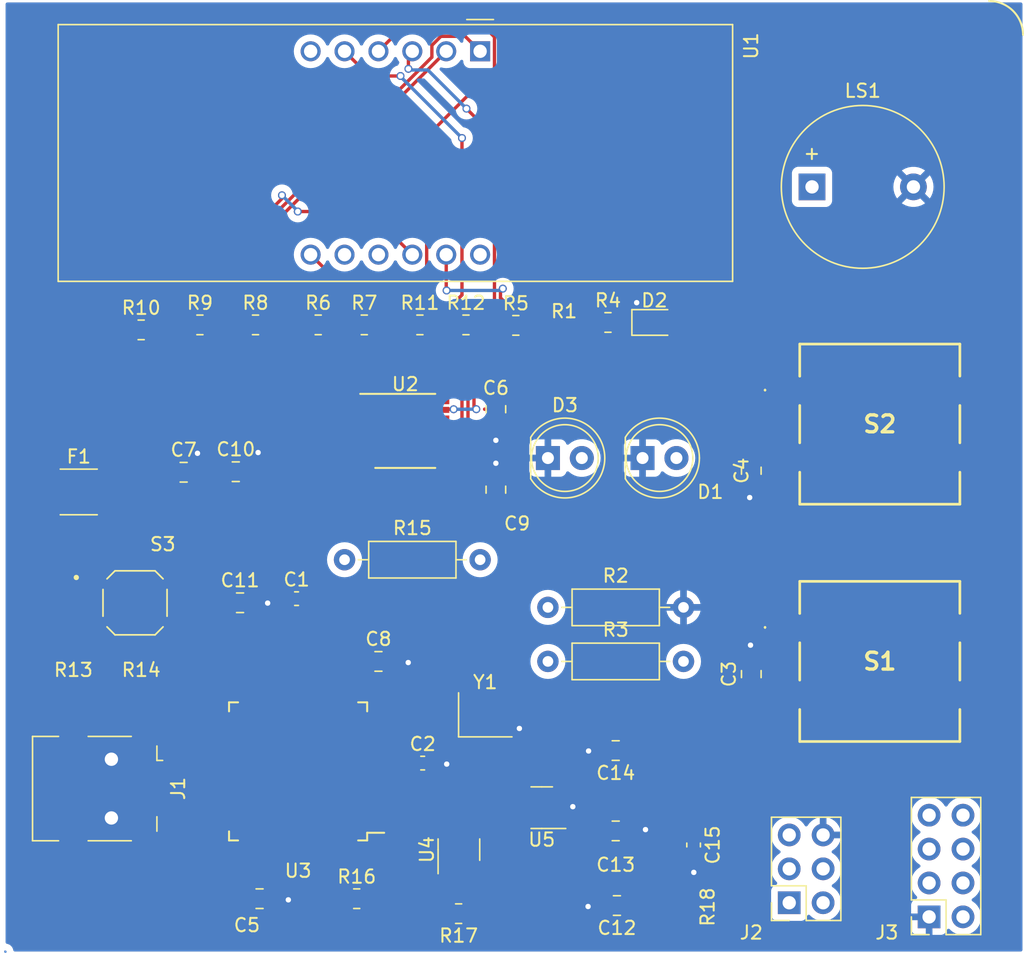
<source format=kicad_pcb>
(kicad_pcb (version 20221018) (generator pcbnew)
  (layers (0 "F.Cu" signal) (31 "B.Cu" signal) (34 "B.Paste" user) (35 "F.Paste" user) (36 "B.SilkS" user "B.Silkscreen") (37 "F.SilkS" user "F.Silkscreen") (38 "B.Mask" user) (39 "F.Mask" user) (44 "Edge.Cuts" user))
  (net 0 "")
  (net 1 "GND")
  (net 2 "Net-(D1-A)")
  (net 3 "Net-(D2-A)")
  (net 4 "+5V")
  (net 5 "Dig1")
  (net 6 "Dig2")
  (net 7 "Dig3")
  (net 8 "Dig4")
  (net 9 "DS")
  (net 10 "ST_CP")
  (net 11 "SH_CP")
  (net 12 "Buzzer")
  (net 13 "RED_LED")
  (net 14 "GREEN_LED")
  (net 15 "Button_2")
  (net 16 "Button_1")
  (net 17 "a")
  (net 18 "Net-(U1-a)")
  (net 19 "b")
  (net 20 "Net-(U1-b)")
  (net 21 "c")
  (net 22 "Net-(U1-c)")
  (net 23 "d")
  (net 24 "Net-(U1-d)")
  (net 25 "e")
  (net 26 "Net-(U1-e)")
  (net 27 "f")
  (net 28 "Net-(U1-f)")
  (net 29 "g")
  (net 30 "Net-(U1-g)")
  (net 31 "dp")
  (net 32 "Net-(U1-DPX)")
  (net 34 "Net-(U5-BP)")
  (net 36 "Net-(J1-D-)")
  (net 38 "xtal2")
  (net 39 "Net-(J1-D+)")
  (net 40 "xtal1")
  (net 41 "Net-(R13-Pad2)")
  (net 42 "rst")
  (net 43 "MISO")
  (net 44 "SCK")
  (net 45 "MOSI")
  (net 46 "TX")
  (net 49 "Net-(J3-Pin_5)")
  (net 50 "RX")
  (net 51 "USB_CONN_D-")
  (net 52 "USB_CONN_D+")
  (net 55 "USB_D-")
  (net 56 "USB_D+")
  (net 64 "ucap")
  (net 65 "aref")
  (net 66 "Net-(D3-A)")
  (net 67 "Net-(J1-VBUS)")
  (net 69 "unconnected-(J1-Shield-Pad6)")
  (footprint "Capacitor_SMD:C_0805_2012Metric" (layer "F.Cu") (at 102.96 84.94 180)
    (fp_text reference "C13" (at 0 -2.54) (layer "F.SilkS"))
    (fp_text value "2.2uF")
    (pad "1" smd roundrect (at -0.95 0 180) (size 1 1.45) (layers "F.Cu" "F.Paste" "F.Mask") (net 4 "+5V"))
    (pad "2" smd roundrect (at 0.95 0 180) (size 1 1.45) (layers "F.Cu" "F.Paste" "F.Mask") (net 1 "GND"))
  )
  (footprint "Resistor_SMD:R_0805_2012Metric" (layer "F.Cu") (at 84.119371 47.021949)
    (fp_text reference "R7" (at 0 -1.65) (layer "F.SilkS"))
    (fp_text value "100")
    (pad "1" smd roundrect (at -0.9125 0) (size 1.025 1.4) (layers "F.Cu" "F.Paste" "F.Mask") (roundrect_rratio 0.243902) (net 21 "c"))
    (pad "2" smd roundrect (at 0.9125 0) (size 1.025 1.4) (layers "F.Cu" "F.Paste" "F.Mask") (roundrect_rratio 0.243902) (net 22 "Net-(U1-c)"))
  )
  (footprint "Resistor_SMD:R_0805_2012Metric" (layer "F.Cu") (at 88.286871 47.021949)
    (fp_text reference "R11" (at 0 -1.65) (layer "F.SilkS"))
    (fp_text value "100")
    (pad "1" smd roundrect (at -0.9125 0) (size 1.025 1.4) (layers "F.Cu" "F.Paste" "F.Mask") (roundrect_rratio 0.243902) (net 29 "g"))
    (pad "2" smd roundrect (at 0.9125 0) (size 1.025 1.4) (layers "F.Cu" "F.Paste" "F.Mask") (roundrect_rratio 0.243902) (net 30 "Net-(U1-g)"))
  )
  (footprint "Capacitor_SMD:C_0805_2012Metric" (layer "F.Cu") (at 76.272339 90.020001)
    (fp_text reference "C5" (at -0.95 1.985) (layer "F.SilkS"))
    (fp_text value "0.1uF")
    (pad "1" smd roundrect (at -0.95 0) (size 1 1.45) (layers "F.Cu" "F.Paste" "F.Mask") (net 4 "+5V"))
    (pad "2" smd roundrect (at 0.95 0) (size 1 1.45) (layers "F.Cu" "F.Paste" "F.Mask") (net 1 "GND"))
  )
  (footprint "Resistor_SMD:R_0805_2012Metric" (layer "F.Cu") (at 80.666871 47.021949)
    (fp_text reference "R6" (at 0 -1.65) (layer "F.SilkS"))
    (fp_text value "100")
    (pad "1" smd roundrect (at -0.9125 0) (size 1.025 1.4) (layers "F.Cu" "F.Paste" "F.Mask") (roundrect_rratio 0.243902) (net 19 "b"))
    (pad "2" smd roundrect (at 0.9125 0) (size 1.025 1.4) (layers "F.Cu" "F.Paste" "F.Mask") (roundrect_rratio 0.243902) (net 20 "Net-(U1-b)"))
  )
  (footprint "PTS526_SMD_Button:PTS526_SMD_Button" (layer "F.Cu") (at 66.94 67.85)
    (fp_text reference "S3" (at 2.08 -4.39) (layer "F.SilkS"))
    (fp_text value "PTS526_SM08_SMTR2_LFS")
    (pad "1" smd rect (at -3 -1.85) (size 1 0.7) (layers "F.Cu" "F.Paste" "F.Mask") (net 41 "Net-(R13-Pad2)"))
    (pad "2" smd rect (at 3 -1.85) (size 1 0.7) (layers "F.Cu" "F.Paste" "F.Mask"))
    (pad "3" smd rect (at -3 1.85) (size 1 0.7) (layers "F.Cu" "F.Paste" "F.Mask") (net 42 "rst"))
    (pad "4" smd rect (at 3 1.85) (size 1 0.7) (layers "F.Cu" "F.Paste" "F.Mask"))
  )
  (footprint "Resistor_THT:R_Axial_DIN0207_L6.3mm_D2.5mm_P10.16mm_Horizontal" (layer "F.Cu") (at 97.88 72.24)
    (fp_text reference "R3" (at 5.08 -2.37) (layer "F.SilkS"))
    (fp_text value "330")
    (pad "1" thru_hole circle (at 0 0) (size 1.6 1.6) (drill 0.8) (layers "*.Cu" "*.Mask") (net 13 "RED_LED"))
    (pad "2" thru_hole oval (at 10.16 0) (size 1.6 1.6) (drill 0.8) (layers "*.Cu" "*.Mask") (net 2 "Net-(D1-A)"))
  )
  (footprint "Capacitor_SMD:C_0805_2012Metric" (layer "F.Cu") (at 93.98 53.34 -90)
    (fp_text reference "C6" (at -1.59 0) (layer "F.SilkS"))
    (fp_text value "0.1uF")
    (pad "1" smd roundrect (at -0.95 0 270) (size 1 1.45) (layers "F.Cu" "F.Paste" "F.Mask") (net 4 "+5V"))
    (pad "2" smd roundrect (at 0.95 0 270) (size 1 1.45) (layers "F.Cu" "F.Paste" "F.Mask") (net 1 "GND"))
  )
  (footprint "Resistor_SMD:R_0201_0603Metric" (layer "F.Cu") (at 108.797423 90.644941 -90)
    (fp_text reference "R18" (at 0 -1.05 90) (layer "F.SilkS"))
    (fp_text value "10k")
    (pad "1" smd roundrect (at -0.32 0 270) (size 0.46 0.4) (layers "F.Cu" "F.Mask") (net 4 "+5V"))
    (pad "2" smd roundrect (at 0.32 0 270) (size 0.46 0.4) (layers "F.Cu" "F.Mask") (net 49 "Net-(J3-Pin_5)"))
  )
  (footprint "Resistor_SMD:R_0201_0603Metric" (layer "F.Cu") (at 67.4 73.93)
    (fp_text reference "R14" (at 0 -1.05) (layer "F.SilkS"))
    (fp_text value "10k")
    (pad "1" smd roundrect (at -0.32 0) (size 0.46 0.4) (layers "F.Cu" "F.Mask") (net 4 "+5V"))
    (pad "2" smd roundrect (at 0.32 0) (size 0.46 0.4) (layers "F.Cu" "F.Mask") (net 42 "rst"))
  )
  (footprint "Display_7Segment:CA56-12EWA" (layer "F.Cu") (at 92.8 26.52 -90)
    (fp_text reference "U1" (at -0.4 -20.31 90) (layer "F.SilkS"))
    (fp_text value "CA56-12EWA")
    (pad "1" thru_hole rect (at 0 0 270) (size 1.5 1.5) (drill 1) (layers "*.Cu" "*.Mask") (net 26 "Net-(U1-e)"))
    (pad "2" thru_hole circle (at 0 2.54 270) (size 1.5 1.5) (drill 1) (layers "*.Cu" "*.Mask") (net 24 "Net-(U1-d)"))
    (pad "3" thru_hole circle (at 0 5.08 270) (size 1.5 1.5) (drill 1) (layers "*.Cu" "*.Mask") (net 32 "Net-(U1-DPX)"))
    (pad "4" thru_hole circle (at 0 7.62 270) (size 1.5 1.5) (drill 1) (layers "*.Cu" "*.Mask") (net 22 "Net-(U1-c)"))
    (pad "5" thru_hole circle (at 0 10.16 270) (size 1.5 1.5) (drill 1) (layers "*.Cu" "*.Mask") (net 30 "Net-(U1-g)"))
    (pad "6" thru_hole circle (at 0 12.7 270) (size 1.5 1.5) (drill 1) (layers "*.Cu" "*.Mask") (net 8 "Dig4"))
    (pad "7" thru_hole circle (at 15.24 12.7 270) (size 1.5 1.5) (drill 1) (layers "*.Cu" "*.Mask") (net 20 "Net-(U1-b)"))
    (pad "8" thru_hole circle (at 15.24 10.16 270) (size 1.5 1.5) (drill 1) (layers "*.Cu" "*.Mask") (net 7 "Dig3"))
    (pad "9" thru_hole circle (at 15.24 7.62 270) (size 1.5 1.5) (drill 1) (layers "*.Cu" "*.Mask") (net 6 "Dig2"))
    (pad "10" thru_hole circle (at 15.24 5.08 270) (size 1.5 1.5) (drill 1) (layers "*.Cu" "*.Mask") (net 28 "Net-(U1-f)"))
    (pad "11" thru_hole circle (at 15.24 2.54 270) (size 1.5 1.5) (drill 1) (layers "*.Cu" "*.Mask") (net 18 "Net-(U1-a)"))
    (pad "12" thru_hole circle (at 15.24 0 270) (size 1.5 1.5) (drill 1) (layers "*.Cu" "*.Mask") (net 5 "Dig1"))
  )
  (footprint "Resistor_SMD:R_0805_2012Metric" (layer "F.Cu") (at 95.475066 47.059476)
    (fp_text reference "R5" (at 0 -1.65) (layer "F.SilkS"))
    (fp_text value "100")
    (pad "1" smd roundrect (at -0.9125 0) (size 1.025 1.4) (layers "F.Cu" "F.Paste" "F.Mask") (roundrect_rratio 0.243902) (net 17 "a"))
    (pad "2" smd roundrect (at 0.9125 0) (size 1.025 1.4) (layers "F.Cu" "F.Paste" "F.Mask") (roundrect_rratio 0.243902) (net 18 "Net-(U1-a)"))
  )
  (footprint "Connector_PinSocket_2.54mm:PinSocket_2x04_P2.54mm_Vertical" (layer "F.Cu") (at 126.445123 91.381884 180)
    (fp_text reference "J3" (at 3.165123 -1.178116) (layer "F.SilkS"))
    (fp_text value "ESP_Conn")
    (pad "1" thru_hole rect (at 0 0 180) (size 1.7 1.7) (drill 1) (layers "*.Cu" "*.Mask") (net 1 "GND"))
    (pad "2" thru_hole oval (at -2.54 0 180) (size 1.7 1.7) (drill 1) (layers "*.Cu" "*.Mask") (net 46 "TX"))
    (pad "3" thru_hole oval (at 0 2.54 180) (size 1.7 1.7) (drill 1) (layers "*.Cu" "*.Mask"))
    (pad "4" thru_hole oval (at -2.54 2.54 180) (size 1.7 1.7) (drill 1) (layers "*.Cu" "*.Mask") (net 4 "+5V"))
    (pad "5" thru_hole oval (at 0 5.08 180) (size 1.7 1.7) (drill 1) (layers "*.Cu" "*.Mask") (net 49 "Net-(J3-Pin_5)"))
    (pad "6" thru_hole oval (at -2.54 5.08 180) (size 1.7 1.7) (drill 1) (layers "*.Cu" "*.Mask") (net 4 "+5V"))
    (pad "7" thru_hole oval (at 0 7.62 180) (size 1.7 1.7) (drill 1) (layers "*.Cu" "*.Mask") (net 50 "RX"))
    (pad "8" thru_hole oval (at -2.54 7.62 180) (size 1.7 1.7) (drill 1) (layers "*.Cu" "*.Mask") (net 4 "+5V"))
  )
  (footprint "Capacitor_SMD:C_0805_2012Metric" (layer "F.Cu") (at 113.12 73.19 90)
    (fp_text reference "C3" (at 0 -1.68 90) (layer "F.SilkS"))
    (fp_text value "0.1uF")
    (pad "1" smd roundrect (at -0.95 0 90) (size 1 1.45) (layers "F.Cu" "F.Paste" "F.Mask") (net 4 "+5V"))
    (pad "2" smd roundrect (at 0.95 0 90) (size 1 1.45) (layers "F.Cu" "F.Paste" "F.Mask") (net 1 "GND"))
  )
  (footprint "Package_TO_SOT_SMD:SOT-23-6" (layer "F.Cu") (at 91.21 86.3425 90)
    (fp_text reference "U4" (at 0 -2.4 90) (layer "F.SilkS"))
    (fp_text value "USBLC6")
    (pad "1" smd roundrect (at -1.1375 -0.95 90) (size 1.325 0.6) (layers "F.Cu" "F.Paste" "F.Mask") (net 51 "USB_CONN_D-"))
    (pad "2" smd roundrect (at -1.1375 0 90) (size 1.325 0.6) (layers "F.Cu" "F.Paste" "F.Mask") (net 1 "GND"))
    (pad "3" smd roundrect (at -1.1375 0.95 90) (size 1.325 0.6) (layers "F.Cu" "F.Paste" "F.Mask") (net 52 "USB_CONN_D+"))
    (pad "4" smd roundrect (at 1.1375 0.95 90) (size 1.325 0.6) (layers "F.Cu" "F.Paste" "F.Mask") (net 56 "USB_D+"))
    (pad "5" smd roundrect (at 1.1375 0 90) (size 1.325 0.6) (layers "F.Cu" "F.Paste" "F.Mask") (net 4 "+5V"))
    (pad "6" smd roundrect (at 1.1375 -0.95 90) (size 1.325 0.6) (layers "F.Cu" "F.Paste" "F.Mask") (net 55 "USB_D-"))
  )
  (footprint "Capacitor_SMD:C_0603_1608Metric" (layer "F.Cu") (at 79.044052 67.536761)
    (fp_text reference "C1" (at 0 -1.43) (layer "F.SilkS"))
    (fp_text value "22pF")
    (pad "1" smd roundrect (at -0.775 0) (size 0.9 0.95) (layers "F.Cu" "F.Paste" "F.Mask") (net 38 "xtal2"))
    (pad "2" smd roundrect (at 0.775 0) (size 0.9 0.95) (layers "F.Cu" "F.Paste" "F.Mask") (net 1 "GND"))
  )
  (footprint "Capacitor_SMD:C_0603_1608Metric" (layer "F.Cu") (at 88.495 79.86)
    (fp_text reference "C2" (at 0 -1.43) (layer "F.SilkS"))
    (fp_text value "22pF")
    (pad "1" smd roundrect (at -0.775 0) (size 0.9 0.95) (layers "F.Cu" "F.Paste" "F.Mask") (net 40 "xtal1"))
    (pad "2" smd roundrect (at 0.775 0) (size 0.9 0.95) (layers "F.Cu" "F.Paste" "F.Mask") (net 1 "GND"))
  )
  (footprint "Resistor_SMD:R_0805_2012Metric" (layer "F.Cu") (at 83.5525 90.02)
    (fp_text reference "R16" (at 0 -1.65) (layer "F.SilkS"))
    (fp_text value "330")
    (pad "1" smd roundrect (at -0.9125 0) (size 1.025 1.4) (layers "F.Cu" "F.Paste" "F.Mask") (roundrect_rratio 0.243902) (net 36 "Net-(J1-D-)"))
    (pad "2" smd roundrect (at 0.9125 0) (size 1.025 1.4) (layers "F.Cu" "F.Paste" "F.Mask") (roundrect_rratio 0.243902) (net 51 "USB_CONN_D-"))
  )
  (footprint "Capacitor_SMD:C_0805_2012Metric" (layer "F.Cu") (at 102.96 78.92 180)
    (fp_text reference "C14" (at 0 -1.68) (layer "F.SilkS"))
    (fp_text value "10nF")
    (pad "1" smd roundrect (at -0.95 0 180) (size 1 1.45) (layers "F.Cu" "F.Paste" "F.Mask") (net 34 "Net-(U5-BP)"))
    (pad "2" smd roundrect (at 0.95 0 180) (size 1 1.45) (layers "F.Cu" "F.Paste" "F.Mask") (net 1 "GND"))
  )
  (footprint "Connector_PinSocket_2.54mm:PinSocket_2x03_P2.54mm_Vertical" (layer "F.Cu") (at 115.962293 90.323984 180)
    (fp_text reference "J2" (at 2.842293 -2.236016) (layer "F.SilkS"))
    (fp_text value "AVR-ISP-6")
    (pad "1" thru_hole rect (at 0 0 180) (size 1.7 1.7) (drill 1) (layers "*.Cu" "*.Mask") (net 43 "MISO"))
    (pad "2" thru_hole oval (at -2.54 0 180) (size 1.7 1.7) (drill 1) (layers "*.Cu" "*.Mask") (net 4 "+5V"))
    (pad "3" thru_hole oval (at 0 2.54 180) (size 1.7 1.7) (drill 1) (layers "*.Cu" "*.Mask") (net 44 "SCK"))
    (pad "4" thru_hole oval (at -2.54 2.54 180) (size 1.7 1.7) (drill 1) (layers "*.Cu" "*.Mask") (net 45 "MOSI"))
    (pad "5" thru_hole oval (at 0 5.08 180) (size 1.7 1.7) (drill 1) (layers "*.Cu" "*.Mask") (net 42 "rst"))
    (pad "6" thru_hole oval (at -2.54 5.08 180) (size 1.7 1.7) (drill 1) (layers "*.Cu" "*.Mask") (net 1 "GND"))
  )
  (footprint "Resistor_SMD:R_0201_0603Metric" (layer "F.Cu") (at 99.088272 47.05216)
    (fp_text reference "R1" (at 0 -1.05) (layer "F.SilkS"))
    (fp_text value "10k")
    (pad "1" smd roundrect (at -0.32 0) (size 0.46 0.4) (layers "F.Cu" "F.Mask") (net 16 "Button_1"))
    (pad "2" smd roundrect (at 0.32 0) (size 0.46 0.4) (layers "F.Cu" "F.Mask") (net 1 "GND"))
  )
  (footprint "Resistor_SMD:R_0805_2012Metric" (layer "F.Cu") (at 91.189145 91.14194 180)
    (fp_text reference "R17" (at 0 -1.65) (layer "F.SilkS"))
    (fp_text value "330")
    (pad "1" smd roundrect (at -0.9125 0 180) (size 1.025 1.4) (layers "F.Cu" "F.Paste" "F.Mask") (roundrect_rratio 0.243902) (net 39 "Net-(J1-D+)"))
    (pad "2" smd roundrect (at 0.9125 0 180) (size 1.025 1.4) (layers "F.Cu" "F.Paste" "F.Mask") (roundrect_rratio 0.243902) (net 52 "USB_CONN_D+"))
  )
  (footprint "Fuse:Fuse_1812_4532Metric" (layer "F.Cu") (at 62.7225 59.54)
    (fp_text reference "F1" (at 0 -2.65) (layer "F.SilkS"))
    (fp_text value "PTCSMD")
    (pad "1" smd roundrect (at -2.1375 0) (size 1.125 3.4) (layers "F.Cu" "F.Paste" "F.Mask") (roundrect_rratio 0.222222) (net 67 "Net-(J1-VBUS)"))
    (pad "2" smd roundrect (at 2.1375 0) (size 1.125 3.4) (layers "F.Cu" "F.Paste" "F.Mask") (roundrect_rratio 0.222222) (net 4 "+5V"))
  )
  (footprint "LED_THT:LED_D5.0mm" (layer "F.Cu") (at 97.88 57)
    (fp_text reference "D3" (at 1.27 -3.96) (layer "F.SilkS"))
    (fp_text value "LED")
    (pad "1" thru_hole rect (at 0 0) (size 1.8 1.8) (drill 0.9) (layers "*.Cu" "*.Mask") (net 1 "GND"))
    (pad "2" thru_hole circle (at 2.54 0) (size 1.8 1.8) (drill 0.9) (layers "*.Cu" "*.Mask") (net 66 "Net-(D3-A)"))
  )
  (footprint "Resistor_SMD:R_0805_2012Metric" (layer "F.Cu") (at 67.4 47.395)
    (fp_text reference "R10" (at 0 -1.65) (layer "F.SilkS"))
    (fp_text value "100")
    (pad "1" smd roundrect (at -0.9125 0) (size 1.025 1.4) (layers "F.Cu" "F.Paste" "F.Mask") (roundrect_rratio 0.243902) (net 27 "f"))
    (pad "2" smd roundrect (at 0.9125 0) (size 1.025 1.4) (layers "F.Cu" "F.Paste" "F.Mask") (roundrect_rratio 0.243902) (net 28 "Net-(U1-f)"))
  )
  (footprint "LED_THT:LED_D5.0mm" (layer "F.Cu") (at 104.97 57)
    (fp_text reference "D1" (at 5.08 2.54) (layer "F.SilkS"))
    (fp_text value "LED")
    (pad "1" thru_hole rect (at 0 0) (size 1.8 1.8) (drill 0.9) (layers "*.Cu" "*.Mask") (net 1 "GND"))
    (pad "2" thru_hole circle (at 2.54 0) (size 1.8 1.8) (drill 0.9) (layers "*.Cu" "*.Mask") (net 2 "Net-(D1-A)"))
  )
  (footprint "Resistor_SMD:R_0805_2012Metric" (layer "F.Cu") (at 71.801871 47.021949)
    (fp_text reference "R9" (at 0 -1.65) (layer "F.SilkS"))
    (fp_text value "100")
    (pad "1" smd roundrect (at -0.9125 0) (size 1.025 1.4) (layers "F.Cu" "F.Paste" "F.Mask") (roundrect_rratio 0.243902) (net 25 "e"))
    (pad "2" smd roundrect (at 0.9125 0) (size 1.025 1.4) (layers "F.Cu" "F.Paste" "F.Mask") (roundrect_rratio 0.243902) (net 26 "Net-(U1-e)"))
  )
  (footprint "Resistor_SMD:R_0805_2012Metric" (layer "F.Cu") (at 102.38 46.84)
    (fp_text reference "R4" (at 0 -1.65) (layer "F.SilkS"))
    (fp_text value "330")
    (pad "1" smd roundrect (at -0.9125 0) (size 1.025 1.4) (layers "F.Cu" "F.Paste" "F.Mask") (roundrect_rratio 0.243902) (net 14 "GREEN_LED"))
    (pad "2" smd roundrect (at 0.9125 0) (size 1.025 1.4) (layers "F.Cu" "F.Paste" "F.Mask") (roundrect_rratio 0.243902) (net 3 "Net-(D2-A)"))
  )
  (footprint "Capacitor_SMD:C_0805_2012Metric" (layer "F.Cu") (at 113.12 57.95 -90)
    (fp_text reference "C4" (at 0 0.73 90) (layer "F.SilkS"))
    (fp_text value "0.1uF")
    (pad "1" smd roundrect (at -0.95 0 270) (size 1 1.45) (layers "F.Cu" "F.Paste" "F.Mask") (net 4 "+5V"))
    (pad "2" smd roundrect (at 0.95 0 270) (size 1 1.45) (layers "F.Cu" "F.Paste" "F.Mask") (net 1 "GND"))
  )
  (footprint "Resistor_THT:R_Axial_DIN0207_L6.3mm_D2.5mm_P10.16mm_Horizontal" (layer "F.Cu") (at 97.88 68.19)
    (fp_text reference "R2" (at 5.08 -2.37) (layer "F.SilkS"))
    (fp_text value "10k")
    (pad "1" thru_hole circle (at 0 0) (size 1.6 1.6) (drill 0.8) (layers "*.Cu" "*.Mask") (net 15 "Button_2"))
    (pad "2" thru_hole oval (at 10.16 0) (size 1.6 1.6) (drill 0.8) (layers "*.Cu" "*.Mask") (net 1 "GND"))
  )
  (footprint "Resistor_SMD:R_0805_2012Metric" (layer "F.Cu") (at 91.739371 47.021949)
    (fp_text reference "R12" (at 0 -1.65) (layer "F.SilkS"))
    (fp_text value "100")
    (pad "1" smd roundrect (at -0.9125 0) (size 1.025 1.4) (layers "F.Cu" "F.Paste" "F.Mask") (roundrect_rratio 0.243902) (net 31 "dp"))
    (pad "2" smd roundrect (at 0.9125 0) (size 1.025 1.4) (layers "F.Cu" "F.Paste" "F.Mask") (roundrect_rratio 0.243902) (net 32 "Net-(U1-DPX)"))
  )
  (footprint "Capacitor_SMD:C_0805_2012Metric" (layer "F.Cu") (at 74.809776 67.844917)
    (fp_text reference "C11" (at 0 -1.68) (layer "F.SilkS"))
    (fp_text value "0.1uF")
    (pad "1" smd roundrect (at -0.95 0) (size 1 1.45) (layers "F.Cu" "F.Paste" "F.Mask") (net 65 "aref"))
    (pad "2" smd roundrect (at 0.95 0) (size 1 1.45) (layers "F.Cu" "F.Paste" "F.Mask") (net 1 "GND"))
  )
  (footprint "Capacitor_SMD:C_0805_2012Metric" (layer "F.Cu") (at 85.18 72.24)
    (fp_text reference "C8" (at 0 -1.68) (layer "F.SilkS"))
    (fp_text value "0.1uF")
    (pad "1" smd roundrect (at -0.95 0) (size 1 1.45) (layers "F.Cu" "F.Paste" "F.Mask") (net 4 "+5V"))
    (pad "2" smd roundrect (at 0.95 0) (size 1 1.45) (layers "F.Cu" "F.Paste" "F.Mask") (net 1 "GND"))
  )
  (footprint "PTS125_SMD_Button:PTS125_SMD_Button" (layer "F.Cu") (at 122.75 72.24)
    (fp_text reference "S1" (at 0 0) (layer "F.SilkS") (effects (font (size 1.27 1.27) (thickness 0.254))))
    (fp_text value "PTS125SM43SMTR21M_LFS" hide)
    (pad "A1" smd rect (at -7.15 -2.5 90) (size 1.5 2) (layers "F.Cu" "F.Paste" "F.Mask"))
    (pad "B1" smd rect (at 7.15 -2.5 90) (size 1.5 2) (layers "F.Cu" "F.Paste" "F.Mask") (net 15 "Button_2"))
    (pad "C1" smd rect (at -7.15 2.5 90) (size 1.5 2) (layers "F.Cu" "F.Paste" "F.Mask") (net 4 "+5V"))
    (pad "D1" smd rect (at 7.15 2.5 90) (size 1.5 2) (layers "F.Cu" "F.Paste" "F.Mask"))
  )
  (footprint "PTS125_SMD_Button:PTS125_SMD_Button" (layer "F.Cu") (at 122.75 54.46)
    (fp_text reference "S2" (at 0 0) (layer "F.SilkS") (effects (font (size 1.27 1.27) (thickness 0.254))))
    (fp_text value "PTS125SM43SMTR21M_LFS" hide)
    (pad "A1" smd rect (at -7.15 -2.5 90) (size 1.5 2) (layers "F.Cu" "F.Paste" "F.Mask"))
    (pad "B1" smd rect (at 7.15 -2.5 90) (size 1.5 2) (layers "F.Cu" "F.Paste" "F.Mask") (net 16 "Button_1"))
    (pad "C1" smd rect (at -7.15 2.5 90) (size 1.5 2) (layers "F.Cu" "F.Paste" "F.Mask") (net 4 "+5V"))
    (pad "D1" smd rect (at 7.15 2.5 90) (size 1.5 2) (layers "F.Cu" "F.Paste" "F.Mask"))
  )
  (footprint "Capacitor_SMD:C_0805_2012Metric" (layer "F.Cu") (at 74.49 58.025)
    (fp_text reference "C10" (at 0 -1.68) (layer "F.SilkS"))
    (fp_text value "1uF")
    (pad "1" smd roundrect (at -0.95 0) (size 1 1.45) (layers "F.Cu" "F.Paste" "F.Mask") (net 64 "ucap"))
    (pad "2" smd roundrect (at 0.95 0) (size 1 1.45) (layers "F.Cu" "F.Paste" "F.Mask") (net 1 "GND"))
  )
  (footprint "Capacitor_SMD:C_0805_2012Metric" (layer "F.Cu") (at 93.98 59.37 90)
    (fp_text reference "C9" (at -2.54 1.59) (layer "F.SilkS"))
    (fp_text value "0.1uF")
    (pad "1" smd roundrect (at -0.95 0 90) (size 1 1.45) (layers "F.Cu" "F.Paste" "F.Mask") (net 4 "+5V"))
    (pad "2" smd roundrect (at 0.95 0 90) (size 1 1.45) (layers "F.Cu" "F.Paste" "F.Mask") (net 1 "GND"))
  )
  (footprint "Capacitor_SMD:C_0603_1608Metric" (layer "F.Cu") (at 108.797423 85.994941 -90)
    (fp_text reference "C15" (at 0 -1.43 90) (layer "F.SilkS"))
    (fp_text value "0.1u")
    (pad "1" smd roundrect (at -0.775 0 270) (size 0.9 0.95) (layers "F.Cu" "F.Paste" "F.Mask") (net 4 "+5V"))
    (pad "2" smd roundrect (at 0.775 0 270) (size 0.9 0.95) (layers "F.Cu" "F.Paste" "F.Mask") (net 1 "GND"))
  )
  (footprint "Capacitor_SMD:C_0805_2012Metric" (layer "F.Cu") (at 70.583929 58.064628)
    (fp_text reference "C7" (at 0 -1.68) (layer "F.SilkS"))
    (fp_text value "10uF")
    (pad "1" smd roundrect (at -0.95 0) (size 1 1.45) (layers "F.Cu" "F.Paste" "F.Mask") (net 4 "+5V"))
    (pad "2" smd roundrect (at 0.95 0) (size 1 1.45) (layers "F.Cu" "F.Paste" "F.Mask") (net 1 "GND"))
  )
  (footprint "Buzzer_Beeper:Buzzer_12x9.5RM7.6" (layer "F.Cu") (at 117.67 36.68)
    (fp_text reference "LS1" (at 3.8 -7.2) (layer "F.SilkS"))
    (fp_text value "Speaker")
    (fp_text user "+" (at -0.01 -2.54) (layer "F.SilkS"))
    (pad "1" thru_hole rect (at 0 0) (size 2 2) (drill 1) (layers "*.Cu" "*.Mask") (net 12 "Buzzer"))
    (pad "2" thru_hole circle (at 7.6 0) (size 2 2) (drill 1) (layers "*.Cu" "*.Mask") (net 1 "GND"))
  )
  (footprint "Package_SO:TSSOP-16-1EP_4.4x5mm_P0.65mm" (layer "F.Cu") (at 87.19 55.015)
    (fp_text reference "U2" (at 0 -3.55) (layer "F.SilkS"))
    (fp_text value "74HC595")
    (pad "1" smd rect (at -2.775 -2.275) (size 1.05 0.45) (layers "F.Cu" "F.Paste" "F.Mask") (net 19 "b"))
    (pad "2" smd rect (at -2.775 -1.625) (size 1.05 0.45) (layers "F.Cu" "F.Paste" "F.Mask") (net 21 "c"))
    (pad "3" smd rect (at -2.775 -0.975) (size 1.05 0.45) (layers "F.Cu" "F.Paste" "F.Mask") (net 23 "d"))
    (pad "4" smd rect (at -2.775 -0.325) (size 1.05 0.45) (layers "F.Cu" "F.Paste" "F.Mask") (net 25 "e"))
    (pad "5" smd rect (at -2.775 0.325) (size 1.05 0.45) (layers "F.Cu" "F.Paste" "F.Mask") (net 27 "f"))
    (pad "6" smd rect (at -2.775 0.975) (size 1.05 0.45) (layers "F.Cu" "F.Paste" "F.Mask") (net 29 "g"))
    (pad "7" smd rect (at -2.775 1.625) (size 1.05 0.45) (layers "F.Cu" "F.Paste" "F.Mask") (net 31 "dp"))
    (pad "8" smd rect (at -2.775 2.275) (size 1.05 0.45) (layers "F.Cu" "F.Paste" "F.Mask") (net 1 "GND"))
    (pad "9" smd rect (at 2.775 2.275) (size 1.05 0.45) (layers "F.Cu" "F.Paste" "F.Mask"))
    (pad "10" smd rect (at 2.775 1.625) (size 1.05 0.45) (layers "F.Cu" "F.Paste" "F.Mask") (net 4 "+5V"))
    (pad "11" smd rect (at 2.775 0.975) (size 1.05 0.45) (layers "F.Cu" "F.Paste" "F.Mask") (net 11 "SH_CP"))
    (pad "12" smd rect (at 2.775 0.325) (size 1.05 0.45) (layers "F.Cu" "F.Paste" "F.Mask") (net 10 "ST_CP"))
    (pad "13" smd rect (at 2.775 -0.325) (size 1.05 0.45) (layers "F.Cu" "F.Paste" "F.Mask") (net 1 "GND"))
    (pad "14" smd rect (at 2.775 -0.975) (size 1.05 0.45) (layers "F.Cu" "F.Paste" "F.Mask") (net 9 "DS"))
    (pad "15" smd rect (at 2.775 -1.625) (size 1.05 0.45) (layers "F.Cu" "F.Paste" "F.Mask") (net 17 "a"))
    (pad "16" smd rect (at 2.775 -2.275) (size 1.05 0.45) (layers "F.Cu" "F.Paste" "F.Mask") (net 4 "+5V"))
    (pad "17" smd rect (at -0.735 -1.3425) (size 1.47 0.895) (layers "F.Cu" "F.Paste" "F.Mask"))
    (pad "17" smd rect (at -0.735 -0.4475) (size 1.47 0.895) (layers "F.Cu" "F.Paste" "F.Mask"))
    (pad "17" smd rect (at -0.735 0.4475) (size 1.47 0.895) (layers "F.Cu" "F.Paste" "F.Mask"))
    (pad "17" smd rect (at -0.735 1.3425) (size 1.47 0.895) (layers "F.Cu" "F.Paste" "F.Mask"))
    (pad "17" smd rect (at 0.735 -1.3425) (size 1.47 0.895) (layers "F.Cu" "F.Paste" "F.Mask"))
    (pad "17" smd rect (at 0.735 -0.4475) (size 1.47 0.895) (layers "F.Cu" "F.Paste" "F.Mask"))
    (pad "17" smd rect (at 0.735 0.4475) (size 1.47 0.895) (layers "F.Cu" "F.Paste" "F.Mask"))
    (pad "17" smd rect (at 0.735 1.3425) (size 1.47 0.895) (layers "F.Cu" "F.Paste" "F.Mask"))
  )
  (footprint "Resistor_THT:R_Axial_DIN0207_L6.3mm_D2.5mm_P10.16mm_Horizontal" (layer "F.Cu") (at 82.64 64.62)
    (fp_text reference "R15" (at 5.08 -2.37) (layer "F.SilkS"))
    (fp_text value "1k")
    (pad "1" thru_hole circle (at 0 0) (size 1.6 1.6) (drill 0.8) (layers "*.Cu" "*.Mask") (net 4 "+5V"))
    (pad "2" thru_hole oval (at 10.16 0) (size 1.6 1.6) (drill 0.8) (layers "*.Cu" "*.Mask") (net 66 "Net-(D3-A)"))
  )
  (footprint "Package_TO_SOT_SMD:SOT-23-5" (layer "F.Cu") (at 97.417525 83.200313 180)
    (fp_text reference "U5" (at 0 -2.4) (layer "F.SilkS"))
    (fp_text value "LP2985")
    (pad "1" smd roundrect (at -1.1375 -0.95 180) (size 1.325 0.6) (layers "F.Cu" "F.Paste" "F.Mask") (net 4 "+5V"))
    (pad "2" smd roundrect (at -1.1375 0 180) (size 1.325 0.6) (layers "F.Cu" "F.Paste" "F.Mask") (net 1 "GND"))
    (pad "3" smd roundrect (at -1.1375 0.95 180) (size 1.325 0.6) (layers "F.Cu" "F.Paste" "F.Mask") (net 4 "+5V"))
    (pad "4" smd roundrect (at 1.1375 0.95 180) (size 1.325 0.6) (layers "F.Cu" "F.Paste" "F.Mask") (net 34 "Net-(U5-BP)"))
    (pad "5" smd roundrect (at 1.1375 -0.95 180) (size 1.325 0.6) (layers "F.Cu" "F.Paste" "F.Mask") (net 4 "+5V"))
  )
  (footprint "Crystal:Crystal_SMD_Abracon_ABM8G-4Pin_3.2x2.5mm" (layer "F.Cu") (at 93.185618 76.243804)
    (fp_text reference "Y1" (at 0 -2.45) (layer "F.SilkS"))
    (fp_text value "16MHz")
    (pad "1" smd rect (at -1.1 0.85) (size 1.4 1.2) (layers "F.Cu" "F.Paste" "F.Mask") (net 40 "xtal1"))
    (pad "2" smd rect (at 1.1 0.85) (size 1.4 1.2) (layers "F.Cu" "F.Paste" "F.Mask") (net 1 "GND"))
    (pad "3" smd rect (at 1.1 -0.85) (size 1.4 1.2) (layers "F.Cu" "F.Paste" "F.Mask") (net 38 "xtal2"))
    (pad "4" smd rect (at -1.1 -0.85) (size 1.4 1.2) (layers "F.Cu" "F.Paste" "F.Mask") (net 1 "GND"))
  )
  (footprint "Package_QFP:TQFP-44_10x10mm_P0.8mm" (layer "F.Cu") (at 79.16 80.48 180)
    (fp_text reference "U3" (at 0 -7.45) (layer "F.SilkS"))
    (fp_text value "ATmega32U4-A")
    (pad "1" smd rect (at -5.7 -4 180) (size 1.5 0.55) (layers "F.Cu" "F.Paste" "F.Mask") (net 11 "SH_CP"))
    (pad "2" smd rect (at -5.7 -3.2 180) (size 1.5 0.55) (layers "F.Cu" "F.Paste" "F.Mask") (net 4 "+5V"))
    (pad "3" smd rect (at -5.7 -2.4 180) (size 1.5 0.55) (layers "F.Cu" "F.Paste" "F.Mask") (net 55 "USB_D-"))
    (pad "4" smd rect (at -5.7 -1.6 180) (size 1.5 0.55) (layers "F.Cu" "F.Paste" "F.Mask") (net 56 "USB_D+"))
    (pad "5" smd rect (at -5.7 -0.8 180) (size 1.5 0.55) (layers "F.Cu" "F.Paste" "F.Mask") (net 1 "GND"))
    (pad "6" smd rect (at -5.7 0 180) (size 1.5 0.55) (layers "F.Cu" "F.Paste" "F.Mask") (net 64 "ucap"))
    (pad "7" smd rect (at -5.7 0.8 180) (size 1.5 0.55) (layers "F.Cu" "F.Paste" "F.Mask") (net 4 "+5V"))
    (pad "8" smd rect (at -5.7 1.6 180) (size 1.5 0.55) (layers "F.Cu" "F.Paste" "F.Mask"))
    (pad "9" smd rect (at -5.7 2.4 180) (size 1.5 0.55) (layers "F.Cu" "F.Paste" "F.Mask") (net 44 "SCK"))
    (pad "10" smd rect (at -5.7 3.2 180) (size 1.5 0.55) (layers "F.Cu" "F.Paste" "F.Mask") (net 45 "MOSI"))
    (pad "11" smd rect (at -5.7 4 180) (size 1.5 0.55) (layers "F.Cu" "F.Paste" "F.Mask") (net 43 "MISO"))
    (pad "12" smd rect (at -4 5.7 270) (size 1.5 0.55) (layers "F.Cu" "F.Paste" "F.Mask") (net 7 "Dig3"))
    (pad "13" smd rect (at -3.2 5.7 270) (size 1.5 0.55) (layers "F.Cu" "F.Paste" "F.Mask") (net 42 "rst"))
    (pad "14" smd rect (at -2.4 5.7 270) (size 1.5 0.55) (layers "F.Cu" "F.Paste" "F.Mask") (net 4 "+5V"))
    (pad "15" smd rect (at -1.6 5.7 270) (size 1.5 0.55) (layers "F.Cu" "F.Paste" "F.Mask") (net 1 "GND"))
    (pad "16" smd rect (at -0.8 5.7 270) (size 1.5 0.55) (layers "F.Cu" "F.Paste" "F.Mask") (net 38 "xtal2"))
    (pad "17" smd rect (at 0 5.7 270) (size 1.5 0.55) (layers "F.Cu" "F.Paste" "F.Mask") (net 40 "xtal1"))
    (pad "18" smd rect (at 0.8 5.7 270) (size 1.5 0.55) (layers "F.Cu" "F.Paste" "F.Mask") (net 16 "Button_1"))
    (pad "19" smd rect (at 1.6 5.7 270) (size 1.5 0.55) (layers "F.Cu" "F.Paste" "F.Mask") (net 15 "Button_2"))
    (pad "20" smd rect (at 2.4 5.7 270) (size 1.5 0.55) (layers "F.Cu" "F.Paste" "F.Mask") (net 46 "TX"))
    (pad "21" smd rect (at 3.2 5.7 270) (size 1.5 0.55) (layers "F.Cu" "F.Paste" "F.Mask") (net 50 "RX"))
    (pad "22" smd rect (at 4 5.7 270) (size 1.5 0.55) (layers "F.Cu" "F.Paste" "F.Mask"))
    (pad "23" smd rect (at 5.7 4 180) (size 1.5 0.55) (layers "F.Cu" "F.Paste" "F.Mask") (net 1 "GND"))
    (pad "24" smd rect (at 5.7 3.2 180) (size 1.5 0.55) (layers "F.Cu" "F.Paste" "F.Mask") (net 4 "+5V"))
    (pad "25" smd rect (at 5.7 2.4 180) (size 1.5 0.55) (layers "F.Cu" "F.Paste" "F.Mask") (net 14 "GREEN_LED"))
    (pad "26" smd rect (at 5.7 1.6 180) (size 1.5 0.55) (layers "F.Cu" "F.Paste" "F.Mask") (net 6 "Dig2"))
    (pad "27" smd rect (at 5.7 0.8 180) (size 1.5 0.55) (layers "F.Cu" "F.Paste" "F.Mask") (net 12 "Buzzer"))
    (pad "28" smd rect (at 5.7 0 180) (size 1.5 0.55) (layers "F.Cu" "F.Paste" "F.Mask") (net 10 "ST_CP"))
    (pad "29" smd rect (at 5.7 -0.8 180) (size 1.5 0.55) (layers "F.Cu" "F.Paste" "F.Mask") (net 9 "DS"))
    (pad "30" smd rect (at 5.7 -1.6 180) (size 1.5 0.55) (layers "F.Cu" "F.Paste" "F.Mask") (net 8 "Dig4"))
    (pad "31" smd rect (at 5.7 -2.4 180) (size 1.5 0.55) (layers "F.Cu" "F.Paste" "F.Mask") (net 13 "RED_LED"))
    (pad "32" smd rect (at 5.7 -3.2 180) (size 1.5 0.55) (layers "F.Cu" "F.Paste" "F.Mask") (net 5 "Dig1"))
    (pad "33" smd rect (at 5.7 -4 180) (size 1.5 0.55) (layers "F.Cu" "F.Paste" "F.Mask") (net 1 "GND"))
    (pad "34" smd rect (at 4 -5.7 270) (size 1.5 0.55) (layers "F.Cu" "F.Paste" "F.Mask") (net 4 "+5V"))
    (pad "35" smd rect (at 3.2 -5.7 270) (size 1.5 0.55) (layers "F.Cu" "F.Paste" "F.Mask") (net 1 "GND"))
    (pad "36" smd rect (at 2.4 -5.7 270) (size 1.5 0.55) (layers "F.Cu" "F.Paste" "F.Mask"))
    (pad "37" smd rect (at 1.6 -5.7 270) (size 1.5 0.55) (layers "F.Cu" "F.Paste" "F.Mask"))
    (pad "38" smd rect (at 0.8 -5.7 270) (size 1.5 0.55) (layers "F.Cu" "F.Paste" "F.Mask"))
    (pad "39" smd rect (at 0 -5.7 270) (size 1.5 0.55) (layers "F.Cu" "F.Paste" "F.Mask"))
    (pad "40" smd rect (at -0.8 -5.7 270) (size 1.5 0.55) (layers "F.Cu" "F.Paste" "F.Mask"))
    (pad "41" smd rect (at -1.6 -5.7 270) (size 1.5 0.55) (layers "F.Cu" "F.Paste" "F.Mask"))
    (pad "42" smd rect (at -2.4 -5.7 270) (size 1.5 0.55) (layers "F.Cu" "F.Paste" "F.Mask") (net 65 "aref"))
    (pad "43" smd rect (at -3.2 -5.7 270) (size 1.5 0.55) (layers "F.Cu" "F.Paste" "F.Mask") (net 1 "GND"))
    (pad "44" smd rect (at -4 -5.7 270) (size 1.5 0.55) (layers "F.Cu" "F.Paste" "F.Mask") (net 4 "+5V"))
  )
  (footprint "Capacitor_SMD:C_0805_2012Metric" (layer "F.Cu") (at 103.051101 90.533485 180)
    (fp_text reference "C12" (at 0 -1.68) (layer "F.SilkS"))
    (fp_text value "1uF")
    (pad "1" smd roundrect (at -0.95 0 180) (size 1 1.45) (layers "F.Cu" "F.Paste" "F.Mask") (net 4 "+5V"))
    (pad "2" smd roundrect (at 0.95 0 180) (size 1 1.45) (layers "F.Cu" "F.Paste" "F.Mask") (net 1 "GND"))
  )
  (footprint "Resistor_SMD:R_0805_2012Metric" (layer "F.Cu") (at 75.969371 47.021949)
    (fp_text reference "R8" (at 0 -1.65) (layer "F.SilkS"))
    (fp_text value "100")
    (pad "1" smd roundrect (at -0.9125 0) (size 1.025 1.4) (layers "F.Cu" "F.Paste" "F.Mask") (roundrect_rratio 0.243902) (net 23 "d"))
    (pad "2" smd roundrect (at 0.9125 0) (size 1.025 1.4) (layers "F.Cu" "F.Paste" "F.Mask") (roundrect_rratio 0.243902) (net 24 "Net-(U1-d)"))
  )
  (footprint "Connector_USB:USB_Mini-B_Lumberg_2486_01_Horizontal" (layer "F.Cu") (at 65.17 81.77 -90)
    (fp_text reference "J1" (at 0 -5 90) (layer "F.SilkS"))
    (fp_text value "USB_B_Mini")
    (pad "" np_thru_hole circle (at -2.2 0 270) (size 1 1) (drill 1) (layers "*.Cu" "*.Mask"))
    (pad "" np_thru_hole circle (at 2.2 0 270) (size 1 1) (drill 1) (layers "*.Cu" "*.Mask"))
    (pad "1" smd rect (at -1.6 -2.7 270) (size 0.5 2) (layers "F.Cu" "F.Paste" "F.Mask") (net 67 "Net-(J1-VBUS)"))
    (pad "2" smd rect (at -0.8 -2.7 270) (size 0.5 2) (layers "F.Cu" "F.Paste" "F.Mask") (net 36 "Net-(J1-D-)"))
    (pad "3" smd rect (at 0 -2.7 270) (size 0.5 2) (layers "F.Cu" "F.Paste" "F.Mask") (net 39 "Net-(J1-D+)"))
    (pad "4" smd rect (at 0.8 -2.7 270) (size 0.5 2) (layers "F.Cu" "F.Paste" "F.Mask"))
    (pad "5" smd rect (at 1.6 -2.7 270) (size 0.5 2) (layers "F.Cu" "F.Paste" "F.Mask") (net 1 "GND"))
    (pad "6" smd rect (at -4.45 -2.6 270) (size 2 1.7) (layers "F.Cu" "F.Paste" "F.Mask") (net 69 "unconnected-(J1-Shield-Pad6)"))
    (pad "6" smd rect (at -4.45 2.85 270) (size 2 1.7) (layers "F.Cu" "F.Paste" "F.Mask") (net 69 "unconnected-(J1-Shield-Pad6)"))
    (pad "6" smd rect (at 4.45 -2.6 270) (size 2 1.7) (layers "F.Cu" "F.Paste" "F.Mask") (net 69 "unconnected-(J1-Shield-Pad6)"))
    (pad "6" smd rect (at 4.45 2.85 270) (size 2 1.7) (layers "F.Cu" "F.Paste" "F.Mask") (net 69 "unconnected-(J1-Shield-Pad6)"))
  )
  (footprint "Resistor_SMD:R_0201_0603Metric" (layer "F.Cu") (at 62.32 73.93)
    (fp_text reference "R13" (at 0 -1.05) (layer "F.SilkS"))
    (fp_text value "10k")
    (pad "1" smd roundrect (at -0.32 0) (size 0.46 0.4) (layers "F.Cu" "F.Mask") (net 1 "GND"))
    (pad "2" smd roundrect (at 0.32 0) (size 0.46 0.4) (layers "F.Cu" "F.Mask") (net 41 "Net-(R13-Pad2)"))
  )
  (footprint "LED_SMD:LED_0805_2012Metric" (layer "F.Cu") (at 105.8575 46.84)
    (fp_text reference "D2" (at 0 -1.65) (layer "F.SilkS"))
    (fp_text value "LED")
    (pad "1" smd roundrect (at -0.9375 0) (size 0.975 1.4) (layers "F.Cu" "F.Paste" "F.Mask") (net 1 "GND"))
    (pad "2" smd roundrect (at 0.9375 0) (size 0.975 1.4) (layers "F.Cu" "F.Paste" "F.Mask") (net 3 "Net-(D2-A)"))
  )
  (gr_rect (start 57.2146 93.98) (end 57.24 94.0054) (stroke (width 0.15)) (fill none) (layer "B.Cu"))
  (gr_arc (start 130.942395 22.751609) (mid 132.738446 23.495558) (end 133.482395 25.291609) (stroke (width 0.15)) (layer "F.SilkS"))
  (segment (start 93.1395 53.34) (end 93.1395 53.34388) (width 0.25) (layer "F.Cu") (net 0))
  (segment (start 93.98 53.34) (end 93.1395 53.34) (width 0.25) (layer "F.Cu") (net 0))
  (via (at 93.98 55.671753) (size 0.6) (drill 0.4) (layers "F.Cu" "B.Cu") (net 1))
  (via (at 76.877954 67.869373) (size 0.6) (drill 0.4) (layers "F.Cu" "B.Cu") (net 1))
  (via (at 112.999568 59.961136) (size 0.6) (drill 0.4) (layers "F.Cu" "B.Cu") (net 1))
  (via (at 90.295964 79.934171) (size 0.6) (drill 0.4) (layers "F.Cu" "B.Cu") (net 1))
  (via (at 76.162749 56.587751) (size 0.6) (drill 0.4) (layers "F.Cu" "B.Cu") (net 1))
  (via (at 104.531738 45.357196) (size 0.6) (drill 0.4) (layers "F.Cu" "B.Cu") (net 1))
  (via (at 100.926773 78.952394) (size 0.6) (drill 0.4) (layers "F.Cu" "B.Cu") (net 1))
  (via (at 108.811674 88.049175) (size 0.6) (drill 0.4) (layers "F.Cu" "B.Cu") (net 1))
  (via (at 100.889327 90.605856) (size 0.6) (drill 0.4) (layers "F.Cu" "B.Cu") (net 1))
  (via (at 87.411993 72.325396) (size 0.6) (drill 0.4) (layers "F.Cu" "B.Cu") (net 1))
  (via (at 93.98 57.389784) (size 0.6) (drill 0.4) (layers "F.Cu" "B.Cu") (net 1))
  (via (at 105.191369 84.843058) (size 0.6) (drill 0.4) (layers "F.Cu" "B.Cu") (net 1))
  (via (at 71.620464 56.644599) (size 0.6) (drill 0.4) (layers "F.Cu" "B.Cu") (net 1))
  (via (at 99.745572 83.124948) (size 0.6) (drill 0.4) (layers "F.Cu" "B.Cu") (net 1))
  (via (at 78.427911 90.106344) (size 0.6) (drill 0.4) (layers "F.Cu" "B.Cu") (net 1))
  (via (at 113.060929 71.021473) (size 0.6) (drill 0.4) (layers "F.Cu" "B.Cu") (net 1))
  (via (at 95.741761 77.264964) (size 0.6) (drill 0.4) (layers "F.Cu" "B.Cu") (net 1))
  (segment (start 92.34 53.34) (end 92.5145 53.34) (width 0.25) (layer "F.Cu") (net 17))
  (segment (start 90.8155 53.34388) (end 90.81938 53.34) (width 0.25) (layer "F.Cu") (net 17))
  (segment (start 92.34 49.282042) (end 92.34 53.34) (width 0.25) (layer "F.Cu") (net 17))
  (segment (start 90.8155 53.34388) (end 90.01112 53.34388) (width 0.25) (layer "F.Cu") (net 17))
  (segment (start 90.81938 53.34) (end 90.99 53.34) (width 0.25) (layer "F.Cu") (net 17))
  (segment (start 90.01112 53.34388) (end 89.965 53.39) (width 0.25) (layer "F.Cu") (net 17))
  (segment (start 94.562566 47.059476) (end 92.34 49.282042) (width 0.25) (layer "F.Cu") (net 17))
  (via (at 90.8155 53.34388) (size 0.6) (drill 0.4) (layers "F.Cu" "B.Cu") (net 17))
  (via (at 92.5145 53.34) (size 0.6) (drill 0.4) (layers "F.Cu" "B.Cu") (net 17))
  (segment (start 91.738748 53.34388) (end 91.748933 53.333695) (width 0.25) (layer "B.Cu") (net 17))
  (segment (start 90.8155 53.34388) (end 91.738748 53.34388) (width 0.25) (layer "B.Cu") (net 17))
  (segment (start 91.748933 53.333695) (end 91.755238 53.34) (width 0.25) (layer "B.Cu") (net 17))
  (segment (start 91.755238 53.34) (end 92.5145 53.34) (width 0.25) (layer "B.Cu") (net 17))
  (segment (start 90.288164 44.443284) (end 90.26 44.41512) (width 0.25) (layer "F.Cu") (net 18))
  (segment (start 94.325 44.304973) (end 94.4995 44.304973) (width 0.25) (layer "F.Cu") (net 18))
  (segment (start 96.387566 47.059476) (end 94.325 44.99691) (width 0.25) (layer "F.Cu") (net 18))
  (segment (start 94.325 44.99691) (end 94.325 44.304973) (width 0.25) (layer "F.Cu") (net 18))
  (segment (start 90.26 44.41512) (end 90.26 41.76) (width 0.25) (layer "F.Cu") (net 18))
  (via (at 94.4995 44.304973) (size 0.6) (drill 0.4) (layers "F.Cu" "B.Cu") (net 18))
  (via (at 90.288164 44.443284) (size 0.6) (drill 0.4) (layers "F.Cu" "B.Cu") (net 18))
  (segment (start 94.4995 44.304973) (end 94.361189 44.443284) (width 0.25) (layer "B.Cu") (net 18))
  (segment (start 94.361189 44.443284) (end 90.288164 44.443284) (width 0.25) (layer "B.Cu") (net 18))
  (segment (start 79.754371 47.021949) (end 84.415 51.682578) (width 0.25) (layer "F.Cu") (net 19))
  (segment (start 84.415 51.682578) (end 84.415 52.74) (width 0.25) (layer "F.Cu") (net 19))
  (segment (start 80.1 41.76) (end 81.579371 43.239371) (width 0.25) (layer "F.Cu") (net 20))
  (segment (start 81.579371 43.239371) (end 81.579371 47.021949) (width 0.25) (layer "F.Cu") (net 20))
  (segment (start 85.265 49.080078) (end 85.265 53.29) (width 0.25) (layer "F.Cu") (net 21))
  (segment (start 83.206871 47.021949) (end 85.265 49.080078) (width 0.25) (layer "F.Cu") (net 21))
  (segment (start 85.165 53.39) (end 84.415 53.39) (width 0.25) (layer "F.Cu") (net 21))
  (segment (start 85.265 53.29) (end 85.165 53.39) (width 0.25) (layer "F.Cu") (net 21))
  (segment (start 88.795 43.25882) (end 88.795 32.915) (width 0.25) (layer "F.Cu") (net 22))
  (segment (start 85.031871 47.021949) (end 88.795 43.25882) (width 0.25) (layer "F.Cu") (net 22))
  (segment (start 93.38 24.95) (end 86.75 24.95) (width 0.25) (layer "F.Cu") (net 22))
  (segment (start 86.75 24.95) (end 85.18 26.52) (width 0.25) (layer "F.Cu") (net 22))
  (segment (start 93.875 27.835) (end 93.875 25.445) (width 0.25) (layer "F.Cu") (net 22))
  (segment (start 93.875 25.445) (end 93.38 24.95) (width 0.25) (layer "F.Cu") (net 22))
  (segment (start 88.795 32.915) (end 93.875 27.835) (width 0.25) (layer "F.Cu") (net 22))
  (segment (start 75.056871 47.021949) (end 82.074922 54.04) (width 0.25) (layer "F.Cu") (net 23))
  (segment (start 82.074922 54.04) (end 84.415 54.04) (width 0.25) (layer "F.Cu") (net 23))
  (segment (start 76.881871 39.898129) (end 90.26 26.52) (width 0.25) (layer "F.Cu") (net 24))
  (segment (start 76.881871 47.021949) (end 76.881871 39.898129) (width 0.25) (layer "F.Cu") (net 24))
  (segment (start 78.557422 54.69) (end 84.415 54.69) (width 0.25) (layer "F.Cu") (net 25))
  (segment (start 70.889371 47.021949) (end 78.557422 54.69) (width 0.25) (layer "F.Cu") (net 25))
  (segment (start 91.68 25.4) (end 92.8 26.52) (width 0.25) (layer "F.Cu") (net 26))
  (segment (start 72.714371 43.429233) (end 89.185 26.958604) (width 0.25) (layer "F.Cu") (net 26))
  (segment (start 72.714371 47.021949) (end 72.714371 43.429233) (width 0.25) (layer "F.Cu") (net 26))
  (segment (start 89.185 26.07472) (end 89.85972 25.4) (width 0.25) (layer "F.Cu") (net 26))
  (segment (start 89.185 26.958604) (end 89.185 26.07472) (width 0.25) (layer "F.Cu") (net 26))
  (segment (start 89.85972 25.4) (end 91.68 25.4) (width 0.25) (layer "F.Cu") (net 26))
  (segment (start 78.073604 37.433604) (end 77.950213 37.310213) (width 0.25) (layer "F.Cu") (net 28))
  (segment (start 79.135039 38.528139) (end 84.488139 38.528139) (width 0.25) (layer "F.Cu") (net 28))
  (segment (start 68.3125 47.194708) (end 78.073604 37.433604) (width 0.25) (layer "F.Cu") (net 28))
  (segment (start 68.3125 47.395) (end 68.3125 47.194708) (width 0.25) (layer "F.Cu") (net 28))
  (segment (start 84.488139 38.528139) (end 87.72 41.76) (width 0.25) (layer "F.Cu") (net 28))
  (via (at 79.135039 38.528139) (size 0.6) (drill 0.4) (layers "F.Cu" "B.Cu") (net 28))
  (via (at 77.950213 37.310213) (size 0.6) (drill 0.4) (layers "F.Cu" "B.Cu") (net 28))
  (segment (start 77.950213 37.310213) (end 79.089914 38.449914) (width 0.25) (layer "B.Cu") (net 28))
  (segment (start 79.089914 38.483014) (end 79.135039 38.528139) (width 0.25) (layer "B.Cu") (net 28))
  (segment (start 79.089914 38.449914) (end 79.089914 38.483014) (width 0.25) (layer "B.Cu") (net 28))
  (segment (start 86.105 58.42) (end 85.395 57.71) (width 0.25) (layer "F.Cu") (net 29))
  (segment (start 85.395 57.71) (end 85.395 56.22) (width 0.25) (layer "F.Cu") (net 29))
  (segment (start 87.374371 47.021949) (end 91.44 51.087578) (width 0.25) (layer "F.Cu") (net 29))
  (segment (start 85.165 55.99) (end 84.415 55.99) (width 0.25) (layer "F.Cu") (net 29))
  (segment (start 85.395 56.22) (end 85.165 55.99) (width 0.25) (layer "F.Cu") (net 29))
  (segment (start 91.44 51.087578) (end 91.44 58.42) (width 0.25) (layer "F.Cu") (net 29))
  (segment (start 91.44 58.42) (end 86.105 58.42) (width 0.25) (layer "F.Cu") (net 29))
  (segment (start 91.44 44.78132) (end 91.44 33.02) (width 0.25) (layer "F.Cu") (net 30))
  (segment (start 84.490628 28.370628) (end 82.64 26.52) (width 0.25) (layer "F.Cu") (net 30))
  (segment (start 89.199371 47.021949) (end 91.44 44.78132) (width 0.25) (layer "F.Cu") (net 30))
  (segment (start 86.833185 28.370628) (end 84.490628 28.370628) (width 0.25) (layer "F.Cu") (net 30))
  (via (at 86.833185 28.370628) (size 0.6) (drill 0.4) (layers "F.Cu" "B.Cu") (net 30))
  (via (at 91.44 33.02) (size 0.6) (drill 0.4) (layers "F.Cu" "B.Cu") (net 30))
  (segment (start 86.833185 28.413185) (end 86.833185 28.370628) (width 0.25) (layer "B.Cu") (net 30))
  (segment (start 91.44 33.02) (end 86.833185 28.413185) (width 0.25) (layer "B.Cu") (net 30))
  (segment (start 83.115 57.165) (end 83.64 56.64) (width 0.25) (layer "F.Cu") (net 31))
  (segment (start 91.89 58.606396) (end 91.626396 58.87) (width 0.25) (layer "F.Cu") (net 31))
  (segment (start 83.64 56.64) (end 84.415 56.64) (width 0.25) (layer "F.Cu") (net 31))
  (segment (start 83.958604 58.87) (end 83.115 58.026396) (width 0.25) (layer "F.Cu") (net 31))
  (segment (start 91.89 48.085078) (end 91.89 58.606396) (width 0.25) (layer "F.Cu") (net 31))
  (segment (start 90.826871 47.021949) (end 91.89 48.085078) (width 0.25) (layer "F.Cu") (net 31))
  (segment (start 83.115 58.026396) (end 83.115 57.165) (width 0.25) (layer "F.Cu") (net 31))
  (segment (start 91.626396 58.87) (end 83.958604 58.87) (width 0.25) (layer "F.Cu") (net 31))
  (segment (start 87.426116 26.813884) (end 87.72 26.52) (width 0.25) (layer "F.Cu") (net 32))
  (segment (start 92.651871 47.021949) (end 93.875 45.79882) (width 0.25) (layer "F.Cu") (net 32))
  (segment (start 93.875 45.79882) (end 93.875 32.915) (width 0.25) (layer "F.Cu") (net 32))
  (segment (start 87.426116 27.83431) (end 87.426116 26.813884) (width 0.25) (layer "F.Cu") (net 32))
  (segment (start 93.875 32.915) (end 91.776589 30.816589) (width 0.25) (layer "F.Cu") (net 32))
  (via (at 87.426116 27.83431) (size 0.6) (drill 0.4) (layers "F.Cu" "B.Cu") (net 32))
  (via (at 91.776589 30.816589) (size 0.6) (drill 0.4) (layers "F.Cu" "B.Cu") (net 32))
  (segment (start 87.453811 27.919476) (end 87.453811 27.862005) (width 0.25) (layer "B.Cu") (net 32))
  (segment (start 91.776589 30.816589) (end 88.879476 27.919476) (width 0.25) (layer "B.Cu") (net 32))
  (segment (start 87.453811 27.862005) (end 87.426116 27.83431) (width 0.25) (layer "B.Cu") (net 32))
  (segment (start 88.879476 27.919476) (end 87.453811 27.919476) (width 0.25) (layer "B.Cu") (net 32))
  (segment (start 86.160001 82.705) (end 86.171168 82.705) (width 0.2) (layer "F.Cu") (net 55))
  (segment (start 84.86 82.88) (end 85.985001 82.88) (width 0.2) (layer "F.Cu") (net 55))
  (segment (start 85.985001 82.88) (end 86.160001 82.705) (width 0.2) (layer "F.Cu") (net 55))
  (segment (start 89.023603 82.705) (end 90.26 83.941397) (width 0.2) (layer "F.Cu") (net 55))
  (segment (start 90.26 83.941397) (end 90.26 85.205) (width 0.2) (layer "F.Cu") (net 55))
  (segment (start 86.160001 82.705) (end 89.023603 82.705) (width 0.2) (layer "F.Cu") (net 55))
  (segment (start 91.81 84.855) (end 92.16 85.205) (width 0.2) (layer "F.Cu") (net 56))
  (segment (start 84.86 82.08) (end 85.985001 82.08) (width 0.2) (layer "F.Cu") (net 56))
  (segment (start 89.21 82.255) (end 91.1975 84.2425) (width 0.2) (layer "F.Cu") (net 56))
  (segment (start 91.1975 84.2425) (end 91.546396 84.2425) (width 0.2) (layer "F.Cu") (net 56))
  (segment (start 86.160001 82.255) (end 89.21 82.255) (width 0.2) (layer "F.Cu") (net 56))
  (segment (start 91.546396 84.2425) (end 91.81 84.506104) (width 0.2) (layer "F.Cu") (net 56))
  (segment (start 85.985001 82.08) (end 86.160001 82.255) (width 0.2) (layer "F.Cu") (net 56))
  (segment (start 91.81 84.506104) (end 91.81 84.855) (width 0.2) (layer "F.Cu") (net 56))
  (segment (start 66.545 78.545) (end 67.77 77.32) (width 0.25) (layer "F.Cu") (net 69))
  (segment (start 66.545 84.995) (end 66.545 78.545) (width 0.25) (layer "F.Cu") (net 69))
  (segment (start 67.77 86.22) (end 62.32 86.22) (width 0.25) (layer "F.Cu") (net 69))
  (segment (start 62.32 77.32) (end 62.32 86.22) (width 0.25) (layer "F.Cu") (net 69))
  (segment (start 67.77 86.22) (end 66.545 84.995) (width 0.25) (layer "F.Cu") (net 69))
  (zone (net 1) (net_name "GND") (layer "B.Cu") (connect_pads (clearance 0.508)) (min_thickness 0.25) (fill yes (thermal_gap 0.5) (thermal_bridge_width 0.5))
    (polygon (pts (xy 133.44 22.86) (xy 57.24 22.86) (xy 57.24 93.98) (xy 133.44 93.98)))
  )
)
</source>
